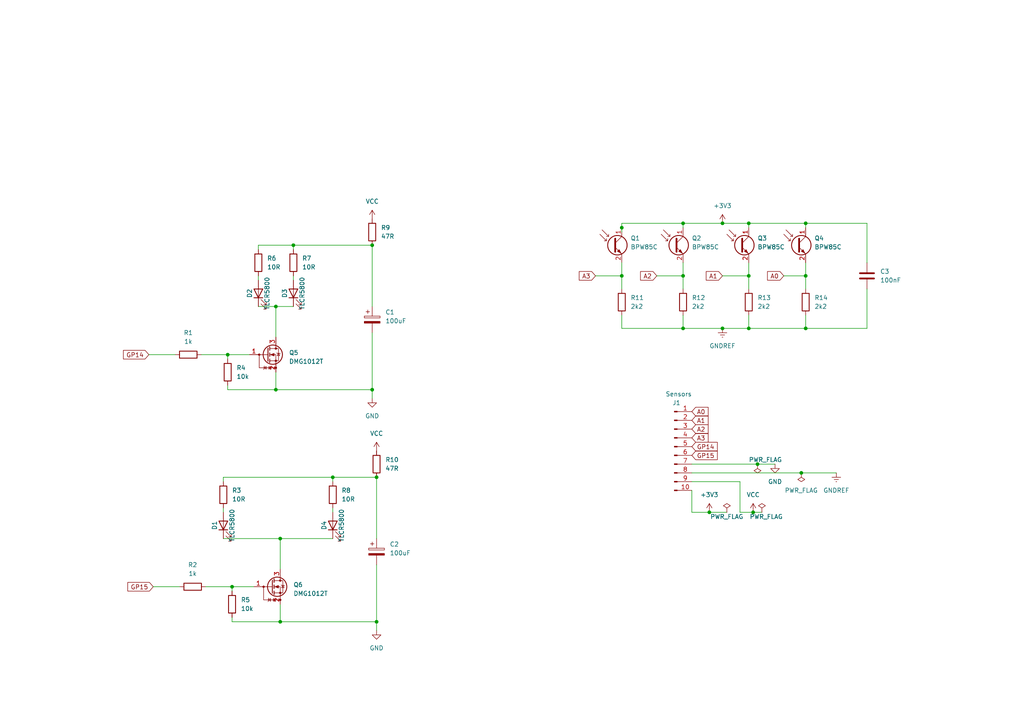
<source format=kicad_sch>
(kicad_sch (version 20211123) (generator eeschema)
  (paper "A4")
  (lib_symbols
    (symbol "Connector:Conn_01x10_Male" (pin_names (offset 1.016) hide)
      (property "Reference" "J" (at 0 12.7 0))
      (property "Value" "Conn_01x10_Male" (at 0 -15.24 0))
      (symbol "Conn_01x10_Male_1_1"
        (polyline (pts (xy 1.27 -12.7) (xy 0.8636 -12.7)) (stroke (width 0.1524)))
        (polyline (pts (xy 1.27 -10.16) (xy 0.8636 -10.16)) (stroke (width 0.1524)))
        (polyline (pts (xy 1.27 -7.62) (xy 0.8636 -7.62)) (stroke (width 0.1524)))
        (polyline (pts (xy 1.27 -5.08) (xy 0.8636 -5.08)) (stroke (width 0.1524)))
        (polyline (pts (xy 1.27 -2.54) (xy 0.8636 -2.54)) (stroke (width 0.1524)))
        (polyline (pts (xy 1.27 0) (xy 0.8636 0)) (stroke (width 0.1524)))
        (polyline (pts (xy 1.27 2.54) (xy 0.8636 2.54)) (stroke (width 0.1524)))
        (polyline (pts (xy 1.27 5.08) (xy 0.8636 5.08)) (stroke (width 0.1524)))
        (polyline (pts (xy 1.27 7.62) (xy 0.8636 7.62)) (stroke (width 0.1524)))
        (polyline (pts (xy 1.27 10.16) (xy 0.8636 10.16)) (stroke (width 0.1524)))
        (rectangle (start 0.8636 -12.573) (end 0 -12.827) (stroke (width 0.1524)) (fill (type outline)))
        (rectangle (start 0.8636 -10.033) (end 0 -10.287) (stroke (width 0.1524)) (fill (type outline)))
        (rectangle (start 0.8636 -7.493) (end 0 -7.747) (stroke (width 0.1524)) (fill (type outline)))
        (rectangle (start 0.8636 -4.953) (end 0 -5.207) (stroke (width 0.1524)) (fill (type outline)))
        (rectangle (start 0.8636 -2.413) (end 0 -2.667) (stroke (width 0.1524)) (fill (type outline)))
        (rectangle (start 0.8636 0.127) (end 0 -0.127) (stroke (width 0.1524)) (fill (type outline)))
        (rectangle (start 0.8636 2.667) (end 0 2.413) (stroke (width 0.1524)) (fill (type outline)))
        (rectangle (start 0.8636 5.207) (end 0 4.953) (stroke (width 0.1524)) (fill (type outline)))
        (rectangle (start 0.8636 7.747) (end 0 7.493) (stroke (width 0.1524)) (fill (type outline)))
        (rectangle (start 0.8636 10.287) (end 0 10.033) (stroke (width 0.1524)) (fill (type outline)))
        (pin passive line (at 5.08 10.16 180) (length 3.81) (name "Pin_1") (number "1"))
        (pin passive line (at 5.08 -12.7 180) (length 3.81) (name "Pin_10") (number "10"))
        (pin passive line (at 5.08 7.62 180) (length 3.81) (name "Pin_2") (number "2"))
        (pin passive line (at 5.08 5.08 180) (length 3.81) (name "Pin_3") (number "3"))
        (pin passive line (at 5.08 2.54 180) (length 3.81) (name "Pin_4") (number "4"))
        (pin passive line (at 5.08 0 180) (length 3.81) (name "Pin_5") (number "5"))
        (pin passive line (at 5.08 -2.54 180) (length 3.81) (name "Pin_6") (number "6"))
        (pin passive line (at 5.08 -5.08 180) (length 3.81) (name "Pin_7") (number "7"))
        (pin passive line (at 5.08 -7.62 180) (length 3.81) (name "Pin_8") (number "8"))
        (pin passive line (at 5.08 -10.16 180) (length 3.81) (name "Pin_9") (number "9"))
      )
    )
    (symbol "Device:C" (pin_numbers hide) (pin_names (offset 0.254))
      (property "Reference" "C" (at 0.635 2.54 0))
      (property "Value" "C" (at 0.635 -2.54 0))
      (symbol "C_0_1"
        (polyline (pts (xy -2.032 -0.762) (xy 2.032 -0.762)) (stroke (width 0.508)))
        (polyline (pts (xy -2.032 0.762) (xy 2.032 0.762)) (stroke (width 0.508)))
      )
      (symbol "C_1_1"
        (pin passive line (at 0 3.81 270) (length 2.794) (name "~") (number "1"))
        (pin passive line (at 0 -3.81 90) (length 2.794) (name "~") (number "2"))
      )
    )
    (symbol "Device:C_Polarized" (pin_numbers hide) (pin_names (offset 0.254))
      (property "Reference" "C" (at 0.635 2.54 0))
      (property "Value" "C_Polarized" (at 0.635 -2.54 0))
      (symbol "C_Polarized_0_1"
        (rectangle (start -2.286 0.508) (end 2.286 1.016))
        (polyline (pts (xy -1.778 2.286) (xy -0.762 2.286)))
        (polyline (pts (xy -1.27 2.794) (xy -1.27 1.778)))
        (rectangle (start 2.286 -0.508) (end -2.286 -1.016) (fill (type outline)))
      )
      (symbol "C_Polarized_1_1"
        (pin passive line (at 0 3.81 270) (length 2.794) (name "~") (number "1"))
        (pin passive line (at 0 -3.81 90) (length 2.794) (name "~") (number "2"))
      )
    )
    (symbol "Device:LED" (pin_numbers hide) (pin_names (offset 1.016) hide)
      (property "Reference" "D" (at 0 2.54 0))
      (property "Value" "LED" (at 0 -2.54 0))
      (symbol "LED_0_1"
        (polyline (pts (xy -1.27 -1.27) (xy -1.27 1.27)) (stroke (width 0.254)))
        (polyline (pts (xy -1.27 0) (xy 1.27 0)))
        (polyline (pts (xy 1.27 -1.27) (xy 1.27 1.27) (xy -1.27 0) (xy 1.27 -1.27)) (stroke (width 0.254)))
        (polyline (pts (xy -3.048 -0.762) (xy -4.572 -2.286) (xy -3.81 -2.286) (xy -4.572 -2.286) (xy -4.572 -1.524)))
        (polyline (pts (xy -1.778 -0.762) (xy -3.302 -2.286) (xy -2.54 -2.286) (xy -3.302 -2.286) (xy -3.302 -1.524)))
      )
      (symbol "LED_1_1"
        (pin passive line (at -3.81 0 0) (length 2.54) (name "K") (number "1"))
        (pin passive line (at 3.81 0 180) (length 2.54) (name "A") (number "2"))
      )
    )
    (symbol "Device:R" (pin_numbers hide) (pin_names (offset 0))
      (property "Reference" "R" (at 2.032 0 90))
      (property "Value" "R" (at 0 0 90))
      (symbol "R_0_1"
        (rectangle (start -1.016 -2.54) (end 1.016 2.54) (stroke (width 0.254)))
      )
      (symbol "R_1_1"
        (pin passive line (at 0 3.81 270) (length 1.27) (name "~") (number "1"))
        (pin passive line (at 0 -3.81 90) (length 1.27) (name "~") (number "2"))
      )
    )
    (symbol "Sensor_Optical:SFH309" (pin_names (offset 0) hide)
      (property "Reference" "Q" (at 5.08 1.27 0))
      (property "Value" "SFH309" (at 5.08 -1.27 0))
      (symbol "SFH309_0_1"
        (polyline (pts (xy -1.905 1.27) (xy -2.54 1.27)))
        (polyline (pts (xy -1.27 2.54) (xy -1.905 2.54)))
        (polyline (pts (xy 0.635 0.635) (xy 2.54 2.54)))
        (polyline (pts (xy -3.81 3.175) (xy -1.905 1.27) (xy -1.905 1.905)))
        (polyline (pts (xy -3.175 4.445) (xy -1.27 2.54) (xy -1.27 3.175)))
        (polyline (pts (xy 0.635 -0.635) (xy 2.54 -2.54) (xy 2.54 -2.54)))
        (polyline (pts (xy 0.635 1.905) (xy 0.635 -1.905) (xy 0.635 -1.905)) (stroke (width 0.508)))
        (polyline (pts (xy 1.27 -1.778) (xy 1.778 -1.27) (xy 2.286 -2.286) (xy 1.27 -1.778) (xy 1.27 -1.778)) (fill (type outline)))
        (circle (center 1.27 0) (radius 2.8194) (stroke (width 0.254)))
      )
      (symbol "SFH309_1_1"
        (pin passive line (at 2.54 5.08 270) (length 2.54) (name "C") (number "1"))
        (pin passive line (at 2.54 -5.08 90) (length 2.54) (name "E") (number "2"))
      )
    )
    (symbol "Transistor_FET:DMG1012T" (pin_names (offset 0) hide)
      (property "Reference" "Q" (at 5.08 1.905 0))
      (property "Value" "DMG1012T" (at 5.08 0 0))
      (symbol "DMG1012T_0_1"
        (polyline (pts (xy 2.54 -3.81) (xy -2.286 -3.81) (xy -2.286 0)))
      )
      (symbol "DMG1012T_1_1"
        (circle (center -2.286 0) (radius 0.254) (fill (type outline)))
        (polyline (pts (xy 0.254 0) (xy -2.54 0)))
        (polyline (pts (xy 0.254 1.905) (xy 0.254 -1.905)) (stroke (width 0.254)))
        (polyline (pts (xy 0.762 -1.27) (xy 0.762 -2.286)) (stroke (width 0.254)))
        (polyline (pts (xy 0.762 0.508) (xy 0.762 -0.508)) (stroke (width 0.254)))
        (polyline (pts (xy 0.762 2.286) (xy 0.762 1.27)) (stroke (width 0.254)))
        (polyline (pts (xy 2.54 2.54) (xy 2.54 1.778)))
        (polyline (pts (xy 2.54 -2.54) (xy 2.54 0) (xy 0.762 0)))
        (polyline (pts (xy -1.016 -4.318) (xy -0.889 -4.191) (xy -0.889 -3.429) (xy -0.762 -3.302)))
        (polyline (pts (xy -0.889 -3.81) (xy -0.254 -4.191) (xy -0.254 -3.429) (xy -0.889 -3.81)))
        (polyline (pts (xy 0.762 -1.778) (xy 3.302 -1.778) (xy 3.302 1.778) (xy 0.762 1.778)))
        (polyline (pts (xy 1.016 0) (xy 2.032 0.381) (xy 2.032 -0.381) (xy 1.016 0)) (fill (type outline)))
        (polyline (pts (xy 1.143 -3.81) (xy 0.508 -3.429) (xy 0.508 -4.191) (xy 1.143 -3.81)))
        (polyline (pts (xy 1.27 -3.302) (xy 1.143 -3.429) (xy 1.143 -4.191) (xy 1.016 -4.318)))
        (polyline (pts (xy 2.794 0.508) (xy 2.921 0.381) (xy 3.683 0.381) (xy 3.81 0.254)))
        (polyline (pts (xy 3.302 0.381) (xy 2.921 -0.254) (xy 3.683 -0.254) (xy 3.302 0.381)))
        (circle (center 1.651 0) (radius 2.794) (stroke (width 0.254)))
        (circle (center 2.54 -3.81) (radius 0.254) (fill (type outline)))
        (circle (center 2.54 -1.778) (radius 0.254) (fill (type outline)))
        (circle (center 2.54 1.778) (radius 0.254) (fill (type outline)))
        (pin input line (at -5.08 0 0) (length 2.54) (name "G") (number "1"))
        (pin passive line (at 2.54 -5.08 90) (length 2.54) (name "S") (number "2"))
        (pin passive line (at 2.54 5.08 270) (length 2.54) (name "D") (number "3"))
      )
    )
    (symbol "power:+3.3V" (power) (pin_names (offset 0))
      (property "Value" "+3.3V" (at 0 3.556 0))
      (symbol "+3.3V_0_1"
        (polyline (pts (xy -0.762 1.27) (xy 0 2.54)))
        (polyline (pts (xy 0 0) (xy 0 2.54)))
        (polyline (pts (xy 0 2.54) (xy 0.762 1.27)))
      )
      (symbol "+3.3V_1_1"
        (pin power_in line (at 0 0 90) (length 0) hide (name "+3V3") (number "1"))
      )
    )
    (symbol "power:GND" (power) (pin_names (offset 0))
      (property "Value" "GND" (at 0 -3.81 0))
      (symbol "GND_0_1"
        (polyline (pts (xy 0 0) (xy 0 -1.27) (xy 1.27 -1.27) (xy 0 -2.54) (xy -1.27 -1.27) (xy 0 -1.27)))
      )
      (symbol "GND_1_1"
        (pin power_in line (at 0 0 270) (length 0) hide (name "GND") (number "1"))
      )
    )
    (symbol "power:GNDREF" (power) (pin_names (offset 0))
      (property "Value" "GNDREF" (at 0 -3.81 0))
      (symbol "GNDREF_0_1"
        (polyline (pts (xy -0.635 -1.905) (xy 0.635 -1.905)))
        (polyline (pts (xy -0.127 -2.54) (xy 0.127 -2.54)))
        (polyline (pts (xy 0 -1.27) (xy 0 0)))
        (polyline (pts (xy 1.27 -1.27) (xy -1.27 -1.27)))
      )
      (symbol "GNDREF_1_1"
        (pin power_in line (at 0 0 270) (length 0) hide (name "GNDREF") (number "1"))
      )
    )
    (symbol "power:PWR_FLAG" (power) (pin_numbers hide) (pin_names (offset 0) hide)
      (property "Value" "PWR_FLAG" (at 0 3.81 0))
      (symbol "PWR_FLAG_0_0"
        (pin power_out line (at 0 0 90) (length 0) (name "pwr") (number "1"))
      )
      (symbol "PWR_FLAG_0_1"
        (polyline (pts (xy 0 0) (xy 0 1.27) (xy -1.016 1.905) (xy 0 2.54) (xy 1.016 1.905) (xy 0 1.27)))
      )
    )
    (symbol "power:VCC" (power) (pin_names (offset 0))
      (property "Value" "VCC" (at 0 3.81 0))
      (symbol "VCC_0_1"
        (polyline (pts (xy -0.762 1.27) (xy 0 2.54)))
        (polyline (pts (xy 0 0) (xy 0 2.54)))
        (polyline (pts (xy 0 2.54) (xy 0.762 1.27)))
      )
      (symbol "VCC_1_1"
        (pin power_in line (at 0 0 90) (length 0) hide (name "VCC") (number "1"))
      )
    )
  )
  (junction (at 217.17 64.77))
  (junction (at 107.95 113.03))
  (junction (at 81.28 180.34))
  (junction (at 209.55 64.77))
  (junction (at 109.22 180.34))
  (junction (at 205.74 148.59))
  (junction (at 209.55 95.25))
  (junction (at 218.44 148.59))
  (junction (at 85.09 71.12))
  (junction (at 66.04 102.87))
  (junction (at 198.12 95.25))
  (junction (at 180.34 66.04))
  (junction (at 67.31 170.18))
  (junction (at 217.17 80.01))
  (junction (at 233.68 64.77))
  (junction (at 80.01 88.9))
  (junction (at 233.68 95.25))
  (junction (at 219.71 134.62))
  (junction (at 233.68 80.01))
  (junction (at 96.52 138.43))
  (junction (at 217.17 95.25))
  (junction (at 80.01 113.03))
  (junction (at 198.12 64.77))
  (junction (at 232.41 137.16))
  (junction (at 109.22 138.43))
  (junction (at 107.95 71.12))
  (junction (at 198.12 80.01))
  (junction (at 81.28 156.21))
  (junction (at 180.34 80.01))
  (wire (pts (xy 198.12 83.82) (xy 198.12 80.01)))
  (wire (pts (xy 209.55 95.25) (xy 217.17 95.25)))
  (wire (pts (xy 107.95 71.12) (xy 107.95 88.9)))
  (wire (pts (xy 67.31 171.45) (xy 67.31 170.18)))
  (wire (pts (xy 217.17 64.77) (xy 217.17 66.04)))
  (wire (pts (xy 80.01 88.9) (xy 85.09 88.9)))
  (wire (pts (xy 217.17 95.25) (xy 233.68 95.25)))
  (wire (pts (xy 67.31 170.18) (xy 73.66 170.18)))
  (wire (pts (xy 96.52 139.7) (xy 96.52 138.43)))
  (wire (pts (xy 85.09 80.01) (xy 85.09 81.28)))
  (wire (pts (xy 200.66 134.62) (xy 219.71 134.62)))
  (wire (pts (xy 172.72 80.01) (xy 180.34 80.01)))
  (wire (pts (xy 198.12 76.2) (xy 198.12 80.01)))
  (wire (pts (xy 74.93 72.39) (xy 74.93 71.12)))
  (wire (pts (xy 233.68 76.2) (xy 233.68 80.01)))
  (wire (pts (xy 59.69 170.18) (xy 67.31 170.18)))
  (wire (pts (xy 67.31 180.34) (xy 81.28 180.34)))
  (wire (pts (xy 44.45 170.18) (xy 52.07 170.18)))
  (wire (pts (xy 242.57 137.16) (xy 232.41 137.16)))
  (wire (pts (xy 251.46 64.77) (xy 233.68 64.77)))
  (wire (pts (xy 81.28 156.21) (xy 81.28 165.1)))
  (wire (pts (xy 214.63 148.59) (xy 218.44 148.59)))
  (wire (pts (xy 180.34 83.82) (xy 180.34 80.01)))
  (wire (pts (xy 233.68 83.82) (xy 233.68 80.01)))
  (wire (pts (xy 109.22 180.34) (xy 109.22 182.88)))
  (wire (pts (xy 251.46 83.82) (xy 251.46 95.25)))
  (wire (pts (xy 80.01 88.9) (xy 80.01 97.79)))
  (wire (pts (xy 205.74 148.59) (xy 210.82 148.59)))
  (wire (pts (xy 66.04 104.14) (xy 66.04 102.87)))
  (wire (pts (xy 214.63 139.7) (xy 214.63 148.59)))
  (wire (pts (xy 200.66 137.16) (xy 232.41 137.16)))
  (wire (pts (xy 58.42 102.87) (xy 66.04 102.87)))
  (wire (pts (xy 180.34 64.77) (xy 198.12 64.77)))
  (wire (pts (xy 80.01 113.03) (xy 107.95 113.03)))
  (wire (pts (xy 107.95 113.03) (xy 107.95 115.57)))
  (wire (pts (xy 180.34 95.25) (xy 198.12 95.25)))
  (wire (pts (xy 180.34 91.44) (xy 180.34 95.25)))
  (wire (pts (xy 109.22 138.43) (xy 109.22 156.21)))
  (wire (pts (xy 217.17 91.44) (xy 217.17 95.25)))
  (wire (pts (xy 233.68 91.44) (xy 233.68 95.25)))
  (wire (pts (xy 198.12 64.77) (xy 198.12 66.04)))
  (wire (pts (xy 96.52 147.32) (xy 96.52 148.59)))
  (wire (pts (xy 180.34 76.2) (xy 180.34 80.01)))
  (wire (pts (xy 64.77 138.43) (xy 96.52 138.43)))
  (wire (pts (xy 64.77 138.43) (xy 64.77 139.7)))
  (wire (pts (xy 85.09 71.12) (xy 107.95 71.12)))
  (wire (pts (xy 66.04 111.76) (xy 66.04 113.03)))
  (wire (pts (xy 217.17 83.82) (xy 217.17 80.01)))
  (wire (pts (xy 66.04 113.03) (xy 80.01 113.03)))
  (wire (pts (xy 224.79 134.62) (xy 219.71 134.62)))
  (wire (pts (xy 217.17 76.2) (xy 217.17 80.01)))
  (wire (pts (xy 217.17 64.77) (xy 233.68 64.77)))
  (wire (pts (xy 109.22 180.34) (xy 109.22 163.83)))
  (wire (pts (xy 180.34 66.04) (xy 180.34 67.31)))
  (wire (pts (xy 43.18 102.87) (xy 50.8 102.87)))
  (wire (pts (xy 218.44 148.59) (xy 220.98 148.59)))
  (wire (pts (xy 96.52 138.43) (xy 109.22 138.43)))
  (wire (pts (xy 209.55 80.01) (xy 217.17 80.01)))
  (wire (pts (xy 190.5 80.01) (xy 198.12 80.01)))
  (wire (pts (xy 198.12 64.77) (xy 209.55 64.77)))
  (wire (pts (xy 74.93 71.12) (xy 85.09 71.12)))
  (wire (pts (xy 80.01 107.95) (xy 80.01 113.03)))
  (wire (pts (xy 81.28 175.26) (xy 81.28 180.34)))
  (wire (pts (xy 81.28 156.21) (xy 96.52 156.21)))
  (wire (pts (xy 64.77 156.21) (xy 81.28 156.21)))
  (wire (pts (xy 180.34 64.77) (xy 180.34 66.04)))
  (wire (pts (xy 107.95 113.03) (xy 107.95 96.52)))
  (wire (pts (xy 85.09 72.39) (xy 85.09 71.12)))
  (wire (pts (xy 200.66 148.59) (xy 205.74 148.59)))
  (wire (pts (xy 81.28 180.34) (xy 109.22 180.34)))
  (wire (pts (xy 67.31 179.07) (xy 67.31 180.34)))
  (wire (pts (xy 74.93 88.9) (xy 80.01 88.9)))
  (wire (pts (xy 64.77 147.32) (xy 64.77 148.59)))
  (wire (pts (xy 200.66 142.24) (xy 200.66 148.59)))
  (wire (pts (xy 251.46 76.2) (xy 251.46 64.77)))
  (wire (pts (xy 227.33 80.01) (xy 233.68 80.01)))
  (wire (pts (xy 198.12 91.44) (xy 198.12 95.25)))
  (wire (pts (xy 198.12 95.25) (xy 209.55 95.25)))
  (wire (pts (xy 233.68 64.77) (xy 233.68 66.04)))
  (wire (pts (xy 66.04 102.87) (xy 72.39 102.87)))
  (wire (pts (xy 209.55 64.77) (xy 217.17 64.77)))
  (wire (pts (xy 251.46 95.25) (xy 233.68 95.25)))
  (wire (pts (xy 74.93 80.01) (xy 74.93 81.28)))
  (wire (pts (xy 200.66 139.7) (xy 214.63 139.7)))
  (global_label "A1" (shape input) (at 209.55 80.01 180) (property "Intersheet References" "${INTERSHEET_REFS}" (effects hide)))
  (global_label "GP15" (shape input) (at 200.66 132.08 0) (property "Intersheet References" "${INTERSHEET_REFS}" (effects hide)))
  (global_label "A1" (shape input) (at 200.66 121.92 0) (property "Intersheet References" "${INTERSHEET_REFS}" (effects hide)))
  (global_label "GP14" (shape input) (at 43.18 102.87 180) (property "Intersheet References" "${INTERSHEET_REFS}" (effects hide)))
  (global_label "A3" (shape input) (at 172.72 80.01 180) (property "Intersheet References" "${INTERSHEET_REFS}" (effects hide)))
  (global_label "A0" (shape input) (at 227.33 80.01 180) (property "Intersheet References" "${INTERSHEET_REFS}" (effects hide)))
  (global_label "A2" (shape input) (at 200.66 124.46 0) (property "Intersheet References" "${INTERSHEET_REFS}" (effects hide)))
  (global_label "GP14" (shape input) (at 200.66 129.54 0) (property "Intersheet References" "${INTERSHEET_REFS}" (effects hide)))
  (global_label "A3" (shape input) (at 200.66 127 0) (property "Intersheet References" "${INTERSHEET_REFS}" (effects hide)))
  (global_label "A2" (shape input) (at 190.5 80.01 180) (property "Intersheet References" "${INTERSHEET_REFS}" (effects hide)))
  (global_label "A0" (shape input) (at 200.66 119.38 0) (property "Intersheet References" "${INTERSHEET_REFS}" (effects hide)))
  (global_label "GP15" (shape input) (at 44.45 170.18 180) (property "Intersheet References" "${INTERSHEET_REFS}" (effects hide)))
  (symbol (lib_id "Device:R") (at 55.88 170.18 90) (unit 1)
    (property "Reference" "R2" (at 55.88 163.83 90))
    (property "Value" "1k" (at 55.88 166.37 90))
    (property "Footprint" "Resistor_SMD:R_0805_2012Metric_Pad1.20x1.40mm_HandSolder" (effects hide))
  )
  (symbol (lib_id "Transistor_FET:DMG1012T") (at 78.74 170.18 0) (unit 1)
    (property "Reference" "Q6" (at 85.09 169.6084 0) (effects (justify left)))
    (property "Value" "DMG1012T" (at 85.09 172.1484 0) (effects (justify left)))
    (property "Footprint" "Package_TO_SOT_SMD:SOT-323_SC-70_Handsoldering" (effects hide))
    (property "Datasheet" "https://www.diodes.com/assets/Datasheets/ds31783.pdf" (effects hide))
  )
  (symbol (lib_id "power:GNDREF") (at 242.57 137.16 0) (unit 1)
    (property "Reference" "#PWR010" (effects hide))
    (property "Value" "GNDREF" (at 242.57 142.24 0))
  )
  (symbol (lib_id "Connector:Conn_01x10_Male") (at 195.58 129.54 0) (unit 1)
    (property "Reference" "J1" (at 196.215 116.84 0))
    (property "Value" "Sensors" (at 196.85 114.3 0))
    (property "Footprint" "Connector_PinHeader_1.27mm:PinHeader_1x10_P1.27mm_Vertical" (effects hide))
  )
  (symbol (lib_id "Sensor_Optical:SFH309") (at 177.8 71.12 0) (unit 1)
    (property "Reference" "Q1" (at 182.88 69.1006 0) (effects (justify left)))
    (property "Value" "BPW85C" (at 182.88 71.6406 0) (effects (justify left)))
    (property "Footprint" "LED_THT:LED_D3.0mm_Horizontal_O1.27mm_Z2.0mm" (effects hide))
    (property "Datasheet" "http://www.osram-os.com/Graphics/XPic2/00101811_0.pdf/SFH%20309,%20SFH%20309%20FA,%20Lead%20(Pb)%20Free%20Product%20-%20RoHS%20Compliant.pdf" (effects hide))
  )
  (symbol (lib_id "Device:LED") (at 64.77 152.4 90) (unit 1)
    (property "Reference" "D1" (at 62.23 152.4 0))
    (property "Value" "TLCR5800" (at 67.31 152.4 0))
    (property "Footprint" "LED_THT:LED_D5.0mm_Horizontal_O1.27mm_Z3.0mm" (effects hide))
  )
  (symbol (lib_id "power:GND") (at 107.95 115.57 0) (unit 1)
    (property "Reference" "#PWR02" (effects hide))
    (property "Value" "GND" (at 107.95 120.65 0))
  )
  (symbol (lib_id "Device:C_Polarized") (at 107.95 92.71 0) (unit 1)
    (property "Reference" "C1" (at 111.76 90.5509 0) (effects (justify left)))
    (property "Value" "100uF" (at 111.76 93.0909 0) (effects (justify left)))
    (property "Footprint" "Capacitor_SMD:CP_Elec_6.3x5.9" (effects hide))
  )
  (symbol (lib_id "Sensor_Optical:SFH309") (at 195.58 71.12 0) (unit 1)
    (property "Reference" "Q2" (at 200.66 69.1006 0) (effects (justify left)))
    (property "Value" "BPW85C" (at 200.66 71.6406 0) (effects (justify left)))
    (property "Footprint" "LED_THT:LED_D3.0mm_Horizontal_O1.27mm_Z2.0mm" (effects hide))
    (property "Datasheet" "http://www.osram-os.com/Graphics/XPic2/00101811_0.pdf/SFH%20309,%20SFH%20309%20FA,%20Lead%20(Pb)%20Free%20Product%20-%20RoHS%20Compliant.pdf" (effects hide))
  )
  (symbol (lib_id "Device:R") (at 180.34 87.63 180) (unit 1)
    (property "Reference" "R11" (at 182.88 86.3599 0) (effects (justify right)))
    (property "Value" "2k2" (at 182.88 88.8999 0) (effects (justify right)))
    (property "Footprint" "Resistor_SMD:R_0805_2012Metric_Pad1.20x1.40mm_HandSolder" (effects hide))
  )
  (symbol (lib_id "Device:R") (at 64.77 143.51 0) (unit 1)
    (property "Reference" "R3" (at 67.31 142.2399 0) (effects (justify left)))
    (property "Value" "10R" (at 67.31 144.7799 0) (effects (justify left)))
    (property "Footprint" "Resistor_SMD:R_0805_2012Metric_Pad1.20x1.40mm_HandSolder" (effects hide))
  )
  (symbol (lib_id "Sensor_Optical:SFH309") (at 214.63 71.12 0) (unit 1)
    (property "Reference" "Q3" (at 219.71 69.1006 0) (effects (justify left)))
    (property "Value" "BPW85C" (at 219.71 71.6406 0) (effects (justify left)))
    (property "Footprint" "LED_THT:LED_D3.0mm_Horizontal_O1.27mm_Z2.0mm" (effects hide))
    (property "Datasheet" "http://www.osram-os.com/Graphics/XPic2/00101811_0.pdf/SFH%20309,%20SFH%20309%20FA,%20Lead%20(Pb)%20Free%20Product%20-%20RoHS%20Compliant.pdf" (effects hide))
  )
  (symbol (lib_id "Device:LED") (at 74.93 85.09 90) (unit 1)
    (property "Reference" "D2" (at 72.39 85.09 0))
    (property "Value" "TLCR5800" (at 77.47 85.09 0))
    (property "Footprint" "LED_THT:LED_D5.0mm_Horizontal_O1.27mm_Z3.0mm" (effects hide))
  )
  (symbol (lib_id "Device:R") (at 54.61 102.87 90) (unit 1)
    (property "Reference" "R1" (at 54.61 96.52 90))
    (property "Value" "1k" (at 54.61 99.06 90))
    (property "Footprint" "Resistor_SMD:R_0805_2012Metric_Pad1.20x1.40mm_HandSolder" (effects hide))
  )
  (symbol (lib_id "Device:C") (at 251.46 80.01 0) (unit 1)
    (property "Reference" "C3" (at 255.27 78.7399 0) (effects (justify left)))
    (property "Value" "100nF" (at 255.27 81.2799 0) (effects (justify left)))
    (property "Footprint" "Capacitor_SMD:C_0805_2012Metric_Pad1.18x1.45mm_HandSolder" (effects hide))
  )
  (symbol (lib_id "power:GND") (at 224.79 134.62 0) (unit 1)
    (property "Reference" "#PWR09" (effects hide))
    (property "Value" "GND" (at 224.79 139.7 0))
  )
  (symbol (lib_id "power:GND") (at 109.22 182.88 0) (unit 1)
    (property "Reference" "#PWR04" (effects hide))
    (property "Value" "GND" (at 109.22 187.96 0))
  )
  (symbol (lib_id "power:PWR_FLAG") (at 232.41 137.16 180) (unit 1)
    (property "Reference" "#FLG04" (effects hide))
    (property "Value" "PWR_FLAG" (at 232.41 142.24 0))
  )
  (symbol (lib_id "Device:C_Polarized") (at 109.22 160.02 0) (unit 1)
    (property "Reference" "C2" (at 113.03 157.8609 0) (effects (justify left)))
    (property "Value" "100uF" (at 113.03 160.4009 0) (effects (justify left)))
    (property "Footprint" "Capacitor_SMD:CP_Elec_6.3x5.9" (effects hide))
  )
  (symbol (lib_id "power:GNDREF") (at 209.55 95.25 0) (unit 1)
    (property "Reference" "#PWR07" (effects hide))
    (property "Value" "GNDREF" (at 209.55 100.33 0))
  )
  (symbol (lib_id "Device:R") (at 198.12 87.63 180) (unit 1)
    (property "Reference" "R12" (at 200.66 86.3599 0) (effects (justify right)))
    (property "Value" "2k2" (at 200.66 88.8999 0) (effects (justify right)))
    (property "Footprint" "Resistor_SMD:R_0805_2012Metric_Pad1.20x1.40mm_HandSolder" (effects hide))
  )
  (symbol (lib_id "Transistor_FET:DMG1012T") (at 77.47 102.87 0) (unit 1)
    (property "Reference" "Q5" (at 83.82 102.2984 0) (effects (justify left)))
    (property "Value" "DMG1012T" (at 83.82 104.8384 0) (effects (justify left)))
    (property "Footprint" "Package_TO_SOT_SMD:SOT-323_SC-70_Handsoldering" (effects hide))
    (property "Datasheet" "https://www.diodes.com/assets/Datasheets/ds31783.pdf" (effects hide))
  )
  (symbol (lib_id "power:PWR_FLAG") (at 219.71 134.62 180) (unit 1)
    (property "Reference" "#FLG02" (effects hide))
    (property "Value" "PWR_FLAG" (at 217.17 133.35 0) (effects (justify right)))
  )
  (symbol (lib_id "Sensor_Optical:SFH309") (at 231.14 71.12 0) (unit 1)
    (property "Reference" "Q4" (at 236.22 69.1006 0) (effects (justify left)))
    (property "Value" "BPW85C" (at 236.22 71.6406 0) (effects (justify left)))
    (property "Footprint" "LED_THT:LED_D3.0mm_Horizontal_O1.27mm_Z2.0mm" (effects hide))
    (property "Datasheet" "http://www.osram-os.com/Graphics/XPic2/00101811_0.pdf/SFH%20309,%20SFH%20309%20FA,%20Lead%20(Pb)%20Free%20Product%20-%20RoHS%20Compliant.pdf" (effects hide))
  )
  (symbol (lib_id "power:PWR_FLAG") (at 220.98 148.59 0) (unit 1)
    (property "Reference" "#FLG03" (effects hide))
    (property "Value" "PWR_FLAG" (at 222.25 149.86 0))
  )
  (symbol (lib_id "power:PWR_FLAG") (at 210.82 148.59 0) (unit 1)
    (property "Reference" "#FLG01" (effects hide))
    (property "Value" "PWR_FLAG" (at 210.82 149.86 0))
  )
  (symbol (lib_id "power:VCC") (at 218.44 148.59 0) (unit 1)
    (property "Reference" "#PWR08" (effects hide))
    (property "Value" "VCC" (at 218.44 143.51 0))
  )
  (symbol (lib_id "Device:R") (at 85.09 76.2 0) (unit 1)
    (property "Reference" "R7" (at 87.63 74.9299 0) (effects (justify left)))
    (property "Value" "10R" (at 87.63 77.4699 0) (effects (justify left)))
    (property "Footprint" "Resistor_SMD:R_0805_2012Metric_Pad1.20x1.40mm_HandSolder" (effects hide))
  )
  (symbol (lib_id "Device:LED") (at 96.52 152.4 90) (unit 1)
    (property "Reference" "D4" (at 93.98 152.4 0))
    (property "Value" "TLCR5800" (at 99.06 152.4 0))
    (property "Footprint" "LED_THT:LED_D5.0mm_Horizontal_O1.27mm_Z3.0mm" (effects hide))
  )
  (symbol (lib_id "power:+3.3V") (at 205.74 148.59 0) (unit 1)
    (property "Reference" "#PWR05" (effects hide))
    (property "Value" "+3.3V" (at 205.74 143.51 0))
  )
  (symbol (lib_id "power:+3.3V") (at 209.55 64.77 0) (unit 1)
    (property "Reference" "#PWR06" (effects hide))
    (property "Value" "+3.3V" (at 209.55 59.69 0))
  )
  (symbol (lib_id "Device:R") (at 96.52 143.51 0) (unit 1)
    (property "Reference" "R8" (at 99.06 142.2399 0) (effects (justify left)))
    (property "Value" "10R" (at 99.06 144.7799 0) (effects (justify left)))
    (property "Footprint" "Resistor_SMD:R_0805_2012Metric_Pad1.20x1.40mm_HandSolder" (effects hide))
  )
  (symbol (lib_id "Device:R") (at 74.93 76.2 0) (unit 1)
    (property "Reference" "R6" (at 77.47 74.9299 0) (effects (justify left)))
    (property "Value" "10R" (at 77.47 77.4699 0) (effects (justify left)))
    (property "Footprint" "Resistor_SMD:R_0805_2012Metric_Pad1.20x1.40mm_HandSolder" (effects hide))
  )
  (symbol (lib_id "power:VCC") (at 107.95 63.5 0) (unit 1)
    (property "Reference" "#PWR01" (effects hide))
    (property "Value" "VCC" (at 107.95 58.42 0))
  )
  (symbol (lib_id "Device:R") (at 66.04 107.95 0) (unit 1)
    (property "Reference" "R4" (at 68.58 106.6799 0) (effects (justify left)))
    (property "Value" "10k" (at 68.58 109.2199 0) (effects (justify left)))
    (property "Footprint" "Resistor_SMD:R_0805_2012Metric_Pad1.20x1.40mm_HandSolder" (effects hide))
  )
  (symbol (lib_id "Device:R") (at 217.17 87.63 180) (unit 1)
    (property "Reference" "R13" (at 219.71 86.3599 0) (effects (justify right)))
    (property "Value" "2k2" (at 219.71 88.8999 0) (effects (justify right)))
    (property "Footprint" "Resistor_SMD:R_0805_2012Metric_Pad1.20x1.40mm_HandSolder" (effects hide))
  )
  (symbol (lib_id "Device:R") (at 67.31 175.26 0) (unit 1)
    (property "Reference" "R5" (at 69.85 173.9899 0) (effects (justify left)))
    (property "Value" "10k" (at 69.85 176.5299 0) (effects (justify left)))
    (property "Footprint" "Resistor_SMD:R_0805_2012Metric_Pad1.20x1.40mm_HandSolder" (effects hide))
  )
  (symbol (lib_id "Device:LED") (at 85.09 85.09 90) (unit 1)
    (property "Reference" "D3" (at 82.55 85.09 0))
    (property "Value" "TLCR5800" (at 87.63 85.09 0))
    (property "Footprint" "LED_THT:LED_D5.0mm_Horizontal_O1.27mm_Z3.0mm" (effects hide))
  )
  (symbol (lib_id "Device:R") (at 233.68 87.63 180) (unit 1)
    (property "Reference" "R14" (at 236.22 86.3599 0) (effects (justify right)))
    (property "Value" "2k2" (at 236.22 88.8999 0) (effects (justify right)))
    (property "Footprint" "Resistor_SMD:R_0805_2012Metric_Pad1.20x1.40mm_HandSolder" (effects hide))
  )
  (symbol (lib_id "Device:R") (at 109.22 134.62 0) (unit 1)
    (property "Reference" "R10" (at 111.76 133.3499 0) (effects (justify left)))
    (property "Value" "47R" (at 111.76 135.8899 0) (effects (justify left)))
    (property "Footprint" "Resistor_SMD:R_0805_2012Metric_Pad1.20x1.40mm_HandSolder" (effects hide))
  )
  (symbol (lib_id "Device:R") (at 107.95 67.31 0) (unit 1)
    (property "Reference" "R9" (at 110.49 66.0399 0) (effects (justify left)))
    (property "Value" "47R" (at 110.49 68.5799 0) (effects (justify left)))
    (property "Footprint" "Resistor_SMD:R_0805_2012Metric_Pad1.20x1.40mm_HandSolder" (effects hide))
  )
  (symbol (lib_id "power:VCC") (at 109.22 130.81 0) (unit 1)
    (property "Reference" "#PWR03" (effects hide))
    (property "Value" "VCC" (at 109.22 125.73 0))
  )
)
</source>
